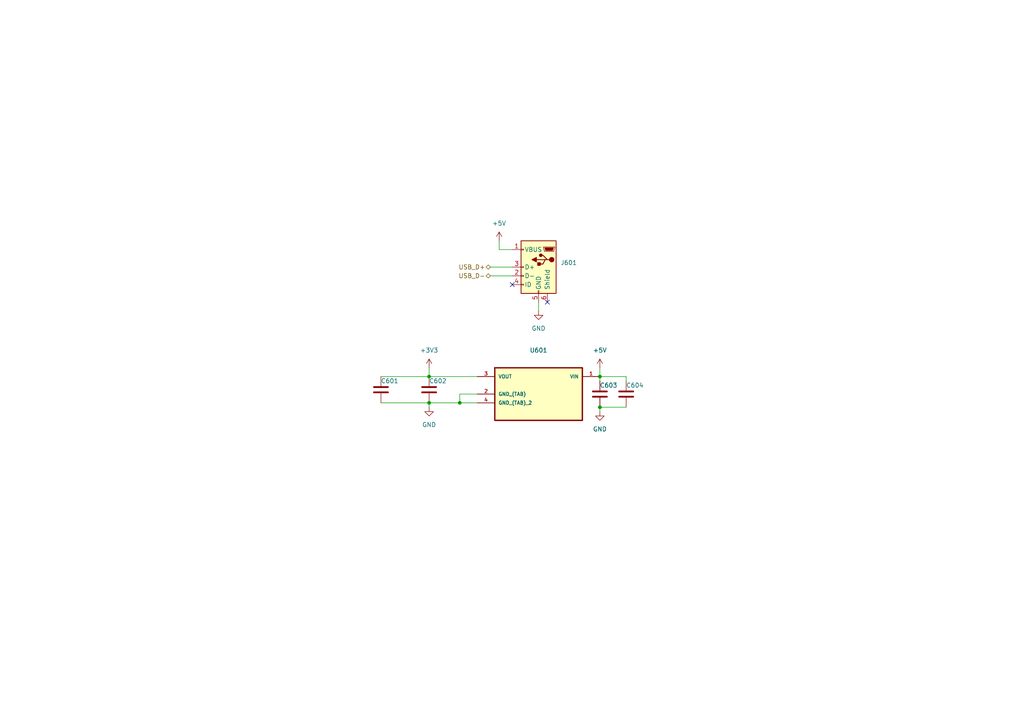
<source format=kicad_sch>
(kicad_sch (version 20211123) (generator eeschema)
  (paper "A4")
  (lib_symbols
    (symbol "Connector:USB_B_Micro" (pin_names (offset 1.016))
      (property "Reference" "J" (at -5.08 11.43 0))
      (property "Value" "USB_B_Micro" (at -5.08 8.89 0))
      (symbol "USB_B_Micro_0_1"
        (rectangle (start -5.08 -7.62) (end 5.08 7.62) (stroke (width 0.254)) (fill (type background)))
        (circle (center -3.81 2.159) (radius 0.635) (stroke (width 0.254)) (fill (type outline)))
        (circle (center -0.635 3.429) (radius 0.381) (stroke (width 0.254)) (fill (type outline)))
        (rectangle (start -0.127 -7.62) (end 0.127 -6.858))
        (polyline (pts (xy -1.905 2.159) (xy 0.635 2.159)) (stroke (width 0.254)))
        (polyline (pts (xy -3.175 2.159) (xy -2.54 2.159) (xy -1.27 3.429) (xy -0.635 3.429)) (stroke (width 0.254)))
        (polyline (pts (xy -2.54 2.159) (xy -1.905 2.159) (xy -1.27 0.889) (xy 0 0.889)) (stroke (width 0.254)))
        (polyline (pts (xy 0.635 2.794) (xy 0.635 1.524) (xy 1.905 2.159) (xy 0.635 2.794)) (stroke (width 0.254)) (fill (type outline)))
        (polyline (pts (xy -4.318 5.588) (xy -1.778 5.588) (xy -2.032 4.826) (xy -4.064 4.826) (xy -4.318 5.588)) (fill (type outline)))
        (polyline (pts (xy -4.699 5.842) (xy -4.699 5.588) (xy -4.445 4.826) (xy -4.445 4.572) (xy -1.651 4.572) (xy -1.651 4.826) (xy -1.397 5.588) (xy -1.397 5.842) (xy -4.699 5.842)))
        (rectangle (start 0.254 1.27) (end -0.508 0.508) (stroke (width 0.254)) (fill (type outline)))
        (rectangle (start 5.08 -5.207) (end 4.318 -4.953))
        (rectangle (start 5.08 -2.667) (end 4.318 -2.413))
        (rectangle (start 5.08 -0.127) (end 4.318 0.127))
        (rectangle (start 5.08 4.953) (end 4.318 5.207))
      )
      (symbol "USB_B_Micro_1_1"
        (pin power_out line (at 7.62 5.08 180) (length 2.54) (name "VBUS") (number "1"))
        (pin bidirectional line (at 7.62 -2.54 180) (length 2.54) (name "D-") (number "2"))
        (pin bidirectional line (at 7.62 0 180) (length 2.54) (name "D+") (number "3"))
        (pin passive line (at 7.62 -5.08 180) (length 2.54) (name "ID") (number "4"))
        (pin power_out line (at 0 -10.16 90) (length 2.54) (name "GND") (number "5"))
        (pin passive line (at -2.54 -10.16 90) (length 2.54) (name "Shield") (number "6"))
      )
    )
    (symbol "Device:C" (pin_numbers hide) (pin_names (offset 0.254))
      (property "Reference" "C" (at 0.635 2.54 0))
      (property "Value" "C" (at 0.635 -2.54 0))
      (symbol "C_0_1"
        (polyline (pts (xy -2.032 -0.762) (xy 2.032 -0.762)) (stroke (width 0.508)))
        (polyline (pts (xy -2.032 0.762) (xy 2.032 0.762)) (stroke (width 0.508)))
      )
      (symbol "C_1_1"
        (pin passive line (at 0 3.81 270) (length 2.794) (name "~") (number "1"))
        (pin passive line (at 0 -3.81 90) (length 2.794) (name "~") (number "2"))
      )
    )
    (symbol "MCP1825S-3302E_DB:MCP1825S-3302E{slash}DB" (pin_names (offset 1.016))
      (property "Reference" "U" (at -12.7 8.6106 0))
      (property "Value" "MCP1825S-3302E{slash}DB" (at -12.7 -11.6078 0))
      (symbol "MCP1825S-3302E{slash}DB_0_0"
        (rectangle (start -12.7 -7.62) (end 12.7 7.62) (stroke (width 0.4064)) (fill (type background)))
        (pin input line (at -17.78 5.08 0) (length 5.08) (name "VIN") (number "1"))
        (pin power_in line (at 17.78 0 180) (length 5.08) (name "GND_(TAB)") (number "2"))
        (pin output line (at 17.78 5.08 180) (length 5.08) (name "VOUT") (number "3"))
        (pin power_in line (at 17.78 -2.54 180) (length 5.08) (name "GND_(TAB)_2") (number "4"))
      )
    )
    (symbol "power:+3.3V" (power) (pin_names (offset 0))
      (property "Value" "+3.3V" (at 0 3.556 0))
      (symbol "+3.3V_0_1"
        (polyline (pts (xy -0.762 1.27) (xy 0 2.54)))
        (polyline (pts (xy 0 0) (xy 0 2.54)))
        (polyline (pts (xy 0 2.54) (xy 0.762 1.27)))
      )
      (symbol "+3.3V_1_1"
        (pin power_in line (at 0 0 90) (length 0) hide (name "+3V3") (number "1"))
      )
    )
    (symbol "power:+5V" (power) (pin_names (offset 0))
      (property "Value" "+5V" (at 0 3.556 0))
      (symbol "+5V_0_1"
        (polyline (pts (xy -0.762 1.27) (xy 0 2.54)))
        (polyline (pts (xy 0 0) (xy 0 2.54)))
        (polyline (pts (xy 0 2.54) (xy 0.762 1.27)))
      )
      (symbol "+5V_1_1"
        (pin power_in line (at 0 0 90) (length 0) hide (name "+5V") (number "1"))
      )
    )
    (symbol "power:GND" (power) (pin_names (offset 0))
      (property "Value" "GND" (at 0 -3.81 0))
      (symbol "GND_0_1"
        (polyline (pts (xy 0 0) (xy 0 -1.27) (xy 1.27 -1.27) (xy 0 -2.54) (xy -1.27 -1.27) (xy 0 -1.27)))
      )
      (symbol "GND_1_1"
        (pin power_in line (at 0 0 270) (length 0) hide (name "GND") (number "1"))
      )
    )
  )
  (junction (at 124.46 116.84))
  (junction (at 124.46 109.22))
  (junction (at 133.35 116.84))
  (junction (at 173.99 109.22))
  (junction (at 173.99 118.11))
  (no_connect (at 148.59 82.55))
  (no_connect (at 158.75 87.63))
  (wire (pts (xy 173.99 106.68) (xy 173.99 109.22)))
  (wire (pts (xy 144.78 69.85) (xy 144.78 72.39)))
  (wire (pts (xy 133.35 116.84) (xy 138.43 116.84)))
  (wire (pts (xy 124.46 106.68) (xy 124.46 109.22)))
  (wire (pts (xy 148.59 72.39) (xy 144.78 72.39)))
  (wire (pts (xy 110.49 116.84) (xy 124.46 116.84)))
  (wire (pts (xy 181.61 109.22) (xy 173.99 109.22)))
  (wire (pts (xy 110.49 109.22) (xy 124.46 109.22)))
  (wire (pts (xy 173.99 118.11) (xy 173.99 119.38)))
  (wire (pts (xy 124.46 116.84) (xy 124.46 118.11)))
  (wire (pts (xy 142.24 77.47) (xy 148.59 77.47)))
  (wire (pts (xy 173.99 109.22) (xy 173.99 110.49)))
  (wire (pts (xy 142.24 80.01) (xy 148.59 80.01)))
  (wire (pts (xy 133.35 114.3) (xy 133.35 116.84)))
  (wire (pts (xy 124.46 116.84) (xy 133.35 116.84)))
  (wire (pts (xy 156.21 87.63) (xy 156.21 90.17)))
  (wire (pts (xy 181.61 110.49) (xy 181.61 109.22)))
  (wire (pts (xy 138.43 114.3) (xy 133.35 114.3)))
  (wire (pts (xy 124.46 109.22) (xy 138.43 109.22)))
  (wire (pts (xy 173.99 118.11) (xy 181.61 118.11)))
  (hierarchical_label "USB_D-" (shape bidirectional) (at 142.24 80.01 180))
  (hierarchical_label "USB_D+" (shape bidirectional) (at 142.24 77.47 180))
  (symbol (lib_id "power:GND") (at 156.21 90.17 0) (unit 1)
    (property "Reference" "#PWR0604" (effects hide))
  )
  (symbol (lib_id "Device:C") (at 181.61 114.3 0) (unit 1)
    (property "Reference" "C604" (at 184.15 111.76 0))
  )
  (symbol (lib_id "power:+5V") (at 173.99 106.68 0) (unit 1)
    (property "Reference" "#PWR0605" (effects hide))
  )
  (symbol (lib_id "Device:C") (at 110.49 113.03 0) (unit 1)
    (property "Reference" "C601" (at 113.03 110.49 0))
  )
  (symbol (lib_id "power:+3.3V") (at 124.46 106.68 0) (unit 1)
    (property "Reference" "#PWR0601" (effects hide))
  )
  (symbol (lib_id "Device:C") (at 173.99 114.3 0) (unit 1)
    (property "Reference" "C603" (at 176.53 111.76 0))
  )
  (symbol (lib_id "MCP1825S-3302E_DB:MCP1825S-3302E{slash}DB") (at 156.21 114.3 0) (mirror y) (unit 1)
    (property "Reference" "U601" (at 156.21 101.6 0))
  )
  (symbol (lib_id "Device:C") (at 124.46 113.03 0) (unit 1)
    (property "Reference" "C602" (at 127 110.49 0))
  )
  (symbol (lib_id "power:GND") (at 124.46 118.11 0) (unit 1)
    (property "Reference" "#PWR0602" (effects hide))
  )
  (symbol (lib_id "Connector:USB_B_Micro") (at 156.21 77.47 0) (mirror y) (unit 1)
    (property "Reference" "J601" (at 162.56 76.1999 0) (effects (justify right)))
  )
  (symbol (lib_id "power:GND") (at 173.99 119.38 0) (unit 1)
    (property "Reference" "#PWR0606" (effects hide))
  )
  (symbol (lib_id "power:+5V") (at 144.78 69.85 0) (unit 1)
    (property "Reference" "#PWR0603" (effects hide))
  )
)
</source>
